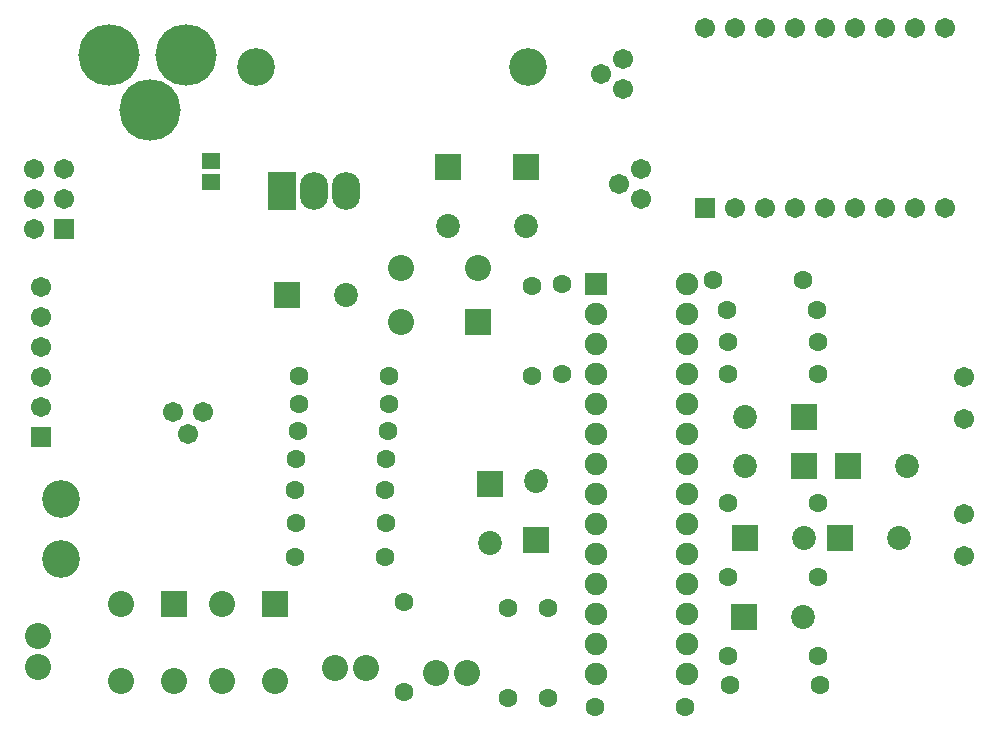
<source format=gts>
G04*
G04 #@! TF.GenerationSoftware,Altium Limited,Altium Designer,20.0.12 (288)*
G04*
G04 Layer_Color=8388736*
%FSLAX44Y44*%
%MOMM*%
G71*
G01*
G75*
%ADD16R,1.6032X1.4032*%
%ADD17R,1.7032X1.7032*%
%ADD18C,1.7032*%
%ADD19C,3.2032*%
%ADD20R,2.4032X3.2032*%
%ADD21O,2.4032X3.2032*%
%ADD22R,1.7032X1.7032*%
%ADD23R,2.2032X2.2032*%
%ADD24C,2.0232*%
%ADD25R,2.2032X2.2032*%
%ADD26C,2.2032*%
%ADD27C,1.9032*%
%ADD28R,1.9032X1.9032*%
%ADD29C,5.2032*%
%ADD30C,1.6032*%
D16*
X510540Y1078120D02*
D03*
Y1096120D02*
D03*
D17*
X367030Y862330D02*
D03*
X386080Y1038860D02*
D03*
D18*
X367030Y887730D02*
D03*
Y913130D02*
D03*
Y938530D02*
D03*
Y963930D02*
D03*
Y989330D02*
D03*
X954481Y1056621D02*
D03*
X979881D02*
D03*
X1005281D02*
D03*
X1030681D02*
D03*
X1056081D02*
D03*
X1081481D02*
D03*
X1106881D02*
D03*
X1132281D02*
D03*
Y1209021D02*
D03*
X1106881D02*
D03*
X1081481D02*
D03*
X1056081D02*
D03*
X1030681D02*
D03*
X1005281D02*
D03*
X979881D02*
D03*
X954481D02*
D03*
X929081D02*
D03*
X875030Y1064260D02*
D03*
X855980Y1076960D02*
D03*
X875030Y1089660D02*
D03*
X859790Y1156970D02*
D03*
X840740Y1169670D02*
D03*
X859790Y1182370D02*
D03*
X478790Y883920D02*
D03*
X491490Y864870D02*
D03*
X504190Y883920D02*
D03*
X1148398Y796813D02*
D03*
Y761313D02*
D03*
X1148080Y877770D02*
D03*
Y913270D02*
D03*
X360680Y1089660D02*
D03*
X386080D02*
D03*
X360680Y1064260D02*
D03*
X386080D02*
D03*
X360680Y1038860D02*
D03*
D19*
X383540Y809460D02*
D03*
Y759460D02*
D03*
X548670Y1176020D02*
D03*
X778670D02*
D03*
D20*
X571170Y1070610D02*
D03*
D21*
X598170D02*
D03*
X625170D02*
D03*
D22*
X929081Y1056621D02*
D03*
D23*
X575310Y982980D02*
D03*
X1013060Y879262D02*
D03*
X961790Y710326D02*
D03*
X1013060Y837571D02*
D03*
X963060Y777240D02*
D03*
X1043070D02*
D03*
X1049820Y838200D02*
D03*
X736600Y960120D02*
D03*
D24*
X625310Y982980D02*
D03*
X963060Y879262D02*
D03*
X1011790Y710326D02*
D03*
X711200Y1040930D02*
D03*
X777240D02*
D03*
X963060Y837571D02*
D03*
X1013060Y777240D02*
D03*
X746760Y772560D02*
D03*
X786130Y825100D02*
D03*
X1093070Y777240D02*
D03*
X1099820Y838200D02*
D03*
D25*
X711200Y1090930D02*
D03*
X777240D02*
D03*
X746760Y822560D02*
D03*
X786130Y775100D02*
D03*
X564790Y720840D02*
D03*
X479700D02*
D03*
D26*
X736600Y1005120D02*
D03*
X671600Y960120D02*
D03*
Y1005120D02*
D03*
X519790Y720840D02*
D03*
X564790Y655840D02*
D03*
X519790D02*
D03*
X434700Y720840D02*
D03*
X479700Y655840D02*
D03*
X434700D02*
D03*
X364490Y693720D02*
D03*
Y667720D02*
D03*
X641650Y666750D02*
D03*
X615650D02*
D03*
X727040Y662940D02*
D03*
X701040D02*
D03*
D27*
X913930Y661670D02*
D03*
Y687070D02*
D03*
Y712470D02*
D03*
Y737870D02*
D03*
Y763270D02*
D03*
Y788670D02*
D03*
Y814070D02*
D03*
Y839470D02*
D03*
Y864870D02*
D03*
Y890270D02*
D03*
Y915670D02*
D03*
Y941070D02*
D03*
Y966470D02*
D03*
Y991870D02*
D03*
X836930Y661670D02*
D03*
Y687070D02*
D03*
Y712470D02*
D03*
Y737870D02*
D03*
Y763270D02*
D03*
Y788670D02*
D03*
Y814070D02*
D03*
Y839470D02*
D03*
Y864870D02*
D03*
Y890270D02*
D03*
Y915670D02*
D03*
Y941070D02*
D03*
Y966470D02*
D03*
D28*
Y991870D02*
D03*
D29*
X459180Y1139180D02*
D03*
X424180Y1186180D02*
D03*
X489180D02*
D03*
D30*
X661670Y890270D02*
D03*
X585470D02*
D03*
X584200Y867410D02*
D03*
X660400D02*
D03*
X661670Y914400D02*
D03*
X585470D02*
D03*
X582930Y843949D02*
D03*
X659130D02*
D03*
Y789940D02*
D03*
X582930D02*
D03*
X657860Y817324D02*
D03*
X581660D02*
D03*
X1024890Y744091D02*
D03*
X948690D02*
D03*
X1024890Y806302D02*
D03*
X948690D02*
D03*
X782320Y914400D02*
D03*
Y990600D02*
D03*
X807720Y915670D02*
D03*
Y991870D02*
D03*
X949960Y652780D02*
D03*
X1026160D02*
D03*
X948690Y677320D02*
D03*
X1024890D02*
D03*
X796290Y717550D02*
D03*
Y641350D02*
D03*
X835660Y633730D02*
D03*
X911860D02*
D03*
X948690Y915416D02*
D03*
X1024890D02*
D03*
X948690Y943102D02*
D03*
X1024890D02*
D03*
X947420Y969810D02*
D03*
X1023620D02*
D03*
X935990Y995680D02*
D03*
X1012190D02*
D03*
X762000Y641350D02*
D03*
Y717550D02*
D03*
X657860Y760730D02*
D03*
X581660D02*
D03*
X674370Y646430D02*
D03*
Y722630D02*
D03*
M02*

</source>
